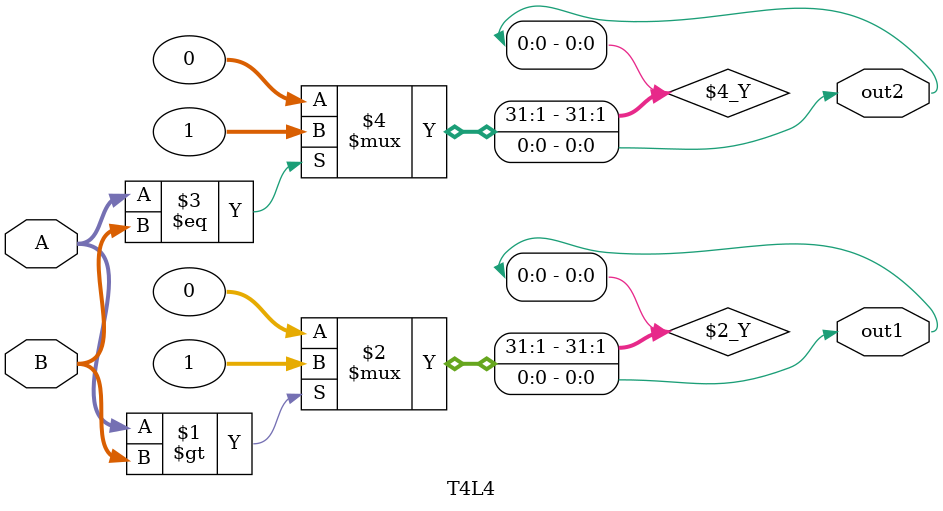
<source format=v>
`timescale 1ns / 1ps
module T4L4 (A,B,out1,out2);
input [3:0] A, B;
output out1, out2;
assign out1 = (A>B)?1:0;
assign out2 = (A==B)?1:0;
endmodule


</source>
